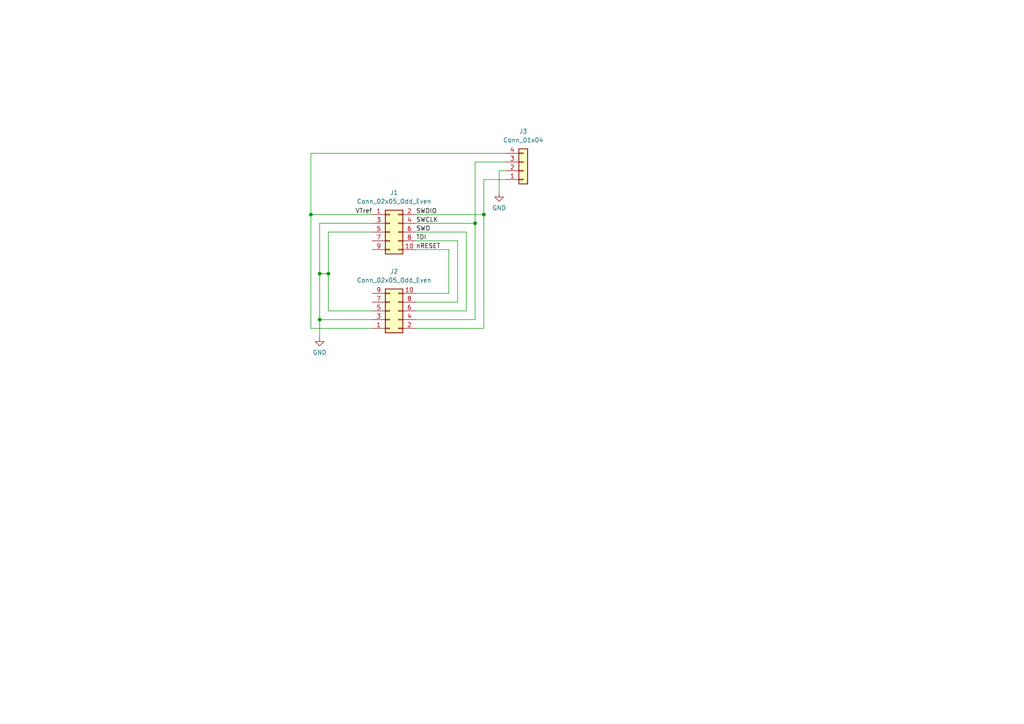
<source format=kicad_sch>
(kicad_sch (version 20211123) (generator eeschema)
  (paper "A4")
  (lib_symbols
    (symbol "Connector_Generic:Conn_01x04" (pin_names (offset 1.016) hide)
      (property "Reference" "J" (at 0 5.08 0))
      (property "Value" "Conn_01x04" (at 0 -7.62 0))
      (symbol "Conn_01x04_1_1"
        (rectangle (start -1.27 -4.953) (end 0 -5.207) (stroke (width 0.1524)))
        (rectangle (start -1.27 -2.413) (end 0 -2.667) (stroke (width 0.1524)))
        (rectangle (start -1.27 0.127) (end 0 -0.127) (stroke (width 0.1524)))
        (rectangle (start -1.27 2.667) (end 0 2.413) (stroke (width 0.1524)))
        (rectangle (start -1.27 3.81) (end 1.27 -6.35) (stroke (width 0.254)) (fill (type background)))
        (pin passive line (at -5.08 2.54 0) (length 3.81) (name "Pin_1") (number "1"))
        (pin passive line (at -5.08 0 0) (length 3.81) (name "Pin_2") (number "2"))
        (pin passive line (at -5.08 -2.54 0) (length 3.81) (name "Pin_3") (number "3"))
        (pin passive line (at -5.08 -5.08 0) (length 3.81) (name "Pin_4") (number "4"))
      )
    )
    (symbol "Connector_Generic:Conn_02x05_Odd_Even" (pin_names (offset 1.016) hide)
      (property "Reference" "J" (at 1.27 7.62 0))
      (property "Value" "Conn_02x05_Odd_Even" (at 1.27 -7.62 0))
      (symbol "Conn_02x05_Odd_Even_1_1"
        (rectangle (start -1.27 -4.953) (end 0 -5.207) (stroke (width 0.1524)))
        (rectangle (start -1.27 -2.413) (end 0 -2.667) (stroke (width 0.1524)))
        (rectangle (start -1.27 0.127) (end 0 -0.127) (stroke (width 0.1524)))
        (rectangle (start -1.27 2.667) (end 0 2.413) (stroke (width 0.1524)))
        (rectangle (start -1.27 5.207) (end 0 4.953) (stroke (width 0.1524)))
        (rectangle (start -1.27 6.35) (end 3.81 -6.35) (stroke (width 0.254)) (fill (type background)))
        (rectangle (start 3.81 -4.953) (end 2.54 -5.207) (stroke (width 0.1524)))
        (rectangle (start 3.81 -2.413) (end 2.54 -2.667) (stroke (width 0.1524)))
        (rectangle (start 3.81 0.127) (end 2.54 -0.127) (stroke (width 0.1524)))
        (rectangle (start 3.81 2.667) (end 2.54 2.413) (stroke (width 0.1524)))
        (rectangle (start 3.81 5.207) (end 2.54 4.953) (stroke (width 0.1524)))
        (pin passive line (at -5.08 5.08 0) (length 3.81) (name "Pin_1") (number "1"))
        (pin passive line (at 7.62 -5.08 180) (length 3.81) (name "Pin_10") (number "10"))
        (pin passive line (at 7.62 5.08 180) (length 3.81) (name "Pin_2") (number "2"))
        (pin passive line (at -5.08 2.54 0) (length 3.81) (name "Pin_3") (number "3"))
        (pin passive line (at 7.62 2.54 180) (length 3.81) (name "Pin_4") (number "4"))
        (pin passive line (at -5.08 0 0) (length 3.81) (name "Pin_5") (number "5"))
        (pin passive line (at 7.62 0 180) (length 3.81) (name "Pin_6") (number "6"))
        (pin passive line (at -5.08 -2.54 0) (length 3.81) (name "Pin_7") (number "7"))
        (pin passive line (at 7.62 -2.54 180) (length 3.81) (name "Pin_8") (number "8"))
        (pin passive line (at -5.08 -5.08 0) (length 3.81) (name "Pin_9") (number "9"))
      )
    )
    (symbol "power:GND" (power) (pin_names (offset 0))
      (property "Value" "GND" (at 0 -3.81 0))
      (symbol "GND_0_1"
        (polyline (pts (xy 0 0) (xy 0 -1.27) (xy 1.27 -1.27) (xy 0 -2.54) (xy -1.27 -1.27) (xy 0 -1.27)))
      )
      (symbol "GND_1_1"
        (pin power_in line (at 0 0 270) (length 0) hide (name "GND") (number "1"))
      )
    )
  )
  (junction (at 140.335 62.23))
  (junction (at 92.71 92.71))
  (junction (at 90.17 62.23))
  (junction (at 137.795 64.77))
  (junction (at 92.71 79.375))
  (junction (at 95.25 79.375))
  (wire (pts (xy 107.95 92.71) (xy 92.71 92.71)))
  (wire (pts (xy 92.71 79.375) (xy 95.25 79.375)))
  (wire (pts (xy 95.25 67.31) (xy 95.25 79.375)))
  (wire (pts (xy 140.335 62.23) (xy 140.335 95.25)))
  (wire (pts (xy 92.71 92.71) (xy 92.71 97.79)))
  (wire (pts (xy 130.175 72.39) (xy 120.65 72.39)))
  (wire (pts (xy 92.71 92.71) (xy 92.71 79.375)))
  (wire (pts (xy 140.335 52.07) (xy 140.335 62.23)))
  (wire (pts (xy 135.255 90.17) (xy 135.255 67.31)))
  (wire (pts (xy 120.65 87.63) (xy 132.715 87.63)))
  (wire (pts (xy 95.25 79.375) (xy 95.25 90.17)))
  (wire (pts (xy 107.95 67.31) (xy 95.25 67.31)))
  (wire (pts (xy 137.795 46.99) (xy 137.795 64.77)))
  (wire (pts (xy 95.25 90.17) (xy 107.95 90.17)))
  (wire (pts (xy 144.78 55.88) (xy 144.78 49.53)))
  (wire (pts (xy 90.17 44.45) (xy 90.17 62.23)))
  (wire (pts (xy 137.795 64.77) (xy 120.65 64.77)))
  (wire (pts (xy 92.71 79.375) (xy 92.71 64.77)))
  (wire (pts (xy 146.685 52.07) (xy 140.335 52.07)))
  (wire (pts (xy 140.335 95.25) (xy 120.65 95.25)))
  (wire (pts (xy 90.17 62.23) (xy 90.17 95.25)))
  (wire (pts (xy 120.65 92.71) (xy 137.795 92.71)))
  (wire (pts (xy 120.65 62.23) (xy 140.335 62.23)))
  (wire (pts (xy 132.715 87.63) (xy 132.715 69.85)))
  (wire (pts (xy 144.78 49.53) (xy 146.685 49.53)))
  (wire (pts (xy 90.17 95.25) (xy 107.95 95.25)))
  (wire (pts (xy 107.95 62.23) (xy 90.17 62.23)))
  (wire (pts (xy 130.175 85.09) (xy 130.175 72.39)))
  (wire (pts (xy 137.795 92.71) (xy 137.795 64.77)))
  (wire (pts (xy 132.715 69.85) (xy 120.65 69.85)))
  (wire (pts (xy 146.685 46.99) (xy 137.795 46.99)))
  (wire (pts (xy 92.71 64.77) (xy 107.95 64.77)))
  (wire (pts (xy 120.65 85.09) (xy 130.175 85.09)))
  (wire (pts (xy 135.255 67.31) (xy 120.65 67.31)))
  (wire (pts (xy 146.685 44.45) (xy 90.17 44.45)))
  (wire (pts (xy 120.65 90.17) (xy 135.255 90.17)))
  (label "SWO" (at 120.65 67.31 0))
  (label "nRESET" (at 120.65 72.39 0))
  (label "VTref" (at 107.95 62.23 180))
  (label "TDI" (at 120.65 69.85 0))
  (label "SWDIO" (at 120.65 62.23 0))
  (label "SWCLK" (at 120.65 64.77 0))
  (symbol (lib_id "Connector_Generic:Conn_02x05_Odd_Even") (at 113.03 90.17 0) (mirror x) (unit 1)
    (property "Reference" "J2" (at 114.3 78.74 0))
    (property "Value" "Conn_02x05_Odd_Even" (at 114.3 81.28 0))
    (property "Footprint" "fp:FTSH-105-01-F-DV-K-TR" (effects hide))
  )
  (symbol (lib_id "power:GND") (at 144.78 55.88 0) (unit 1)
    (property "Reference" "#PWR0101" (effects hide))
    (property "Value" "GND" (at 144.78 60.325 0))
  )
  (symbol (lib_id "power:GND") (at 92.71 97.79 0) (unit 1)
    (property "Reference" "#PWR0102" (effects hide))
    (property "Value" "GND" (at 92.71 102.235 0))
  )
  (symbol (lib_id "Connector_Generic:Conn_02x05_Odd_Even") (at 113.03 67.31 0) (unit 1)
    (property "Reference" "J1" (at 114.3 55.88 0))
    (property "Value" "Conn_02x05_Odd_Even" (at 114.3 58.42 0))
    (property "Footprint" "fp:FTSH-105-01-F-DV-K-TR" (effects hide))
  )
  (symbol (lib_id "Connector_Generic:Conn_01x04") (at 151.765 49.53 0) (mirror x) (unit 1)
    (property "Reference" "J3" (at 151.765 38.1 0))
    (property "Value" "Conn_01x04" (at 151.765 40.64 0))
    (property "Footprint" "Connector_PinHeader_2.54mm:PinHeader_1x04_P2.54mm_Vertical" (effects hide))
  )
)
</source>
